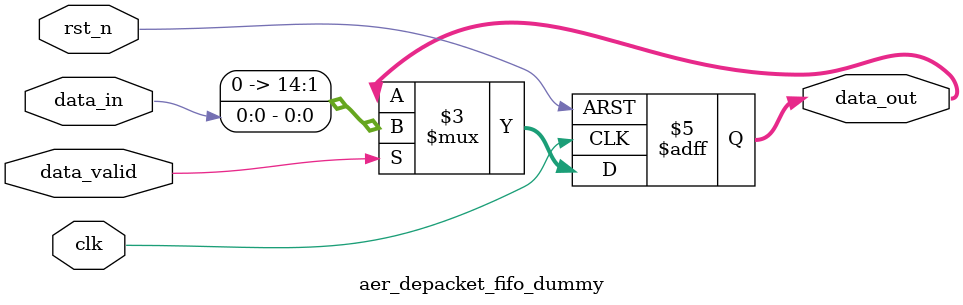
<source format=v>
module aer_depacket_fifo_dummy(
    input wire clk,
    input wire rst_n,
    input wire data_valid,
    input wire data_in,
    output reg [14:0]data_out);
    
    always@(posedge clk or negedge rst_n)
        if(!rst_n)begin
            data_out<=0;
        end else begin
            if(data_valid)begin
                data_out<= data_in;
            end
     end
endmodule

</source>
